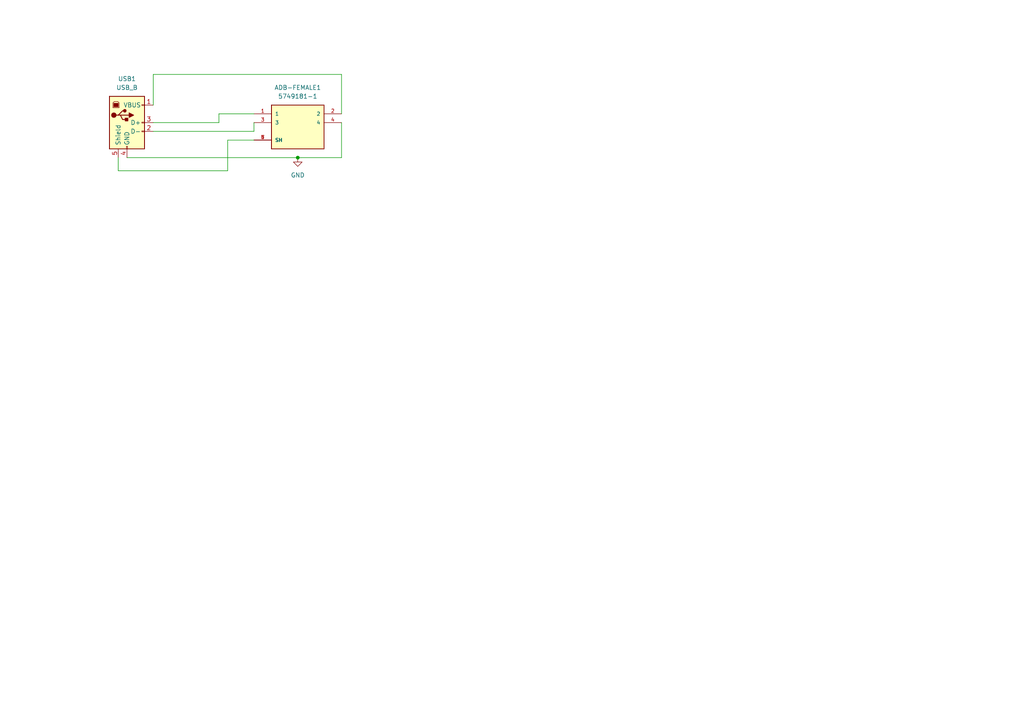
<source format=kicad_sch>
(kicad_sch (version 20230121) (generator eeschema)
  (paper "A4")
  (lib_symbols
    (symbol "Connector:USB_B" (pin_names (offset 1.016))
      (property "Reference" "J" (at -5.08 11.43 0))
      (property "Value" "USB_B" (at -5.08 8.89 0))
      (symbol "USB_B_0_1"
        (rectangle (start -5.08 -7.62) (end 5.08 7.62) (stroke (width 0.254)) (fill (type background)))
        (circle (center -3.81 2.159) (radius 0.635) (stroke (width 0.254)) (fill (type outline)))
        (rectangle (start -3.81 5.588) (end -2.54 4.572) (fill (type outline)))
        (circle (center -0.635 3.429) (radius 0.381) (stroke (width 0.254)) (fill (type outline)))
        (rectangle (start -0.127 -7.62) (end 0.127 -6.858))
        (polyline (pts (xy -1.905 2.159) (xy 0.635 2.159)) (stroke (width 0.254)))
        (polyline (pts (xy -3.175 2.159) (xy -2.54 2.159) (xy -1.27 3.429) (xy -0.635 3.429)) (stroke (width 0.254)))
        (polyline (pts (xy -2.54 2.159) (xy -1.905 2.159) (xy -1.27 0.889) (xy 0 0.889)) (stroke (width 0.254)))
        (polyline (pts (xy 0.635 2.794) (xy 0.635 1.524) (xy 1.905 2.159) (xy 0.635 2.794)) (stroke (width 0.254)) (fill (type outline)))
        (polyline (pts (xy -4.064 4.318) (xy -2.286 4.318) (xy -2.286 5.715) (xy -2.667 6.096) (xy -3.683 6.096) (xy -4.064 5.715) (xy -4.064 4.318)))
        (rectangle (start 0.254 1.27) (end -0.508 0.508) (stroke (width 0.254)) (fill (type outline)))
        (rectangle (start 5.08 -2.667) (end 4.318 -2.413))
        (rectangle (start 5.08 -0.127) (end 4.318 0.127))
        (rectangle (start 5.08 4.953) (end 4.318 5.207))
      )
      (symbol "USB_B_1_1"
        (pin power_out line (at 7.62 5.08 180) (length 2.54) (name "VBUS") (number "1"))
        (pin bidirectional line (at 7.62 -2.54 180) (length 2.54) (name "D-") (number "2"))
        (pin bidirectional line (at 7.62 0 180) (length 2.54) (name "D+") (number "3"))
        (pin power_out line (at 0 -10.16 90) (length 2.54) (name "GND") (number "4"))
        (pin passive line (at -2.54 -10.16 90) (length 2.54) (name "Shield") (number "5"))
      )
    )
    (symbol "STUPID KICAD:5749181-1" (pin_names (offset 1.016))
      (property "Reference" "J" (at -7.6246 5.7185 0))
      (property "Value" "5749181-1" (at -7.6233 -10.1645 0))
      (symbol "5749181-1_0_0"
        (rectangle (start -7.62 -7.62) (end 7.62 5.08) (stroke (width 0.254)) (fill (type background)))
        (pin passive line (at -12.7 2.54 0) (length 5.08) (name "1") (number "1"))
        (pin passive line (at 12.7 2.54 180) (length 5.08) (name "2") (number "2"))
        (pin passive line (at -12.7 0 0) (length 5.08) (name "3") (number "3"))
        (pin passive line (at 12.7 0 180) (length 5.08) (name "4") (number "4"))
        (pin passive line (at -12.7 -5.08 0) (length 5.08) (name "SH") (number "5"))
        (pin passive line (at -12.7 -5.08 0) (length 5.08) (name "SH") (number "6"))
        (pin passive line (at -12.7 -5.08 0) (length 5.08) (name "SH") (number "7"))
      )
    )
    (symbol "power:GND" (power) (pin_names (offset 0))
      (property "Value" "GND" (at 0 -3.81 0))
      (symbol "GND_0_1"
        (polyline (pts (xy 0 0) (xy 0 -1.27) (xy 1.27 -1.27) (xy 0 -2.54) (xy -1.27 -1.27) (xy 0 -1.27)))
      )
      (symbol "GND_1_1"
        (pin power_in line (at 0 0 270) (length 0) hide (name "GND") (number "1"))
      )
    )
  )
  (junction (at 86.36 45.72))
  (wire (pts (xy 86.36 45.72) (xy 36.83 45.72)))
  (wire (pts (xy 63.5 33.02) (xy 73.66 33.02)))
  (wire (pts (xy 99.06 45.72) (xy 86.36 45.72)))
  (wire (pts (xy 44.45 30.48) (xy 44.45 21.59)))
  (wire (pts (xy 66.04 49.53) (xy 34.29 49.53)))
  (wire (pts (xy 99.06 21.59) (xy 99.06 33.02)))
  (wire (pts (xy 63.5 35.56) (xy 44.45 35.56)))
  (wire (pts (xy 66.04 40.64) (xy 73.66 40.64)))
  (wire (pts (xy 34.29 49.53) (xy 34.29 45.72)))
  (wire (pts (xy 66.04 40.64) (xy 66.04 49.53)))
  (wire (pts (xy 44.45 21.59) (xy 99.06 21.59)))
  (wire (pts (xy 63.5 33.02) (xy 63.5 35.56)))
  (wire (pts (xy 73.66 38.1) (xy 73.66 35.56)))
  (wire (pts (xy 44.45 38.1) (xy 73.66 38.1)))
  (wire (pts (xy 99.06 35.56) (xy 99.06 45.72)))
  (symbol (lib_id "power:GND") (at 86.36 45.72 0) (unit 1)
    (property "Reference" "#PWR01" (effects hide))
    (property "Value" "GND" (at 86.36 50.8 0))
  )
  (symbol (lib_id "Connector:USB_B") (at 36.83 35.56 0) (unit 1)
    (property "Reference" "USB1" (at 36.83 22.86 0))
    (property "Value" "USB_B" (at 36.83 25.4 0))
    (property "Footprint" "Connector_USB:USB_B_OST_USB-B1HSxx_Horizontal" (effects hide))
    (property "Datasheet" " ~" (effects hide))
  )
  (symbol (lib_id "STUPID KICAD:5749181-1") (at 86.36 35.56 0) (unit 1)
    (property "Reference" "ADB-FEMALE1" (at 86.36 25.4 0))
    (property "Value" "5749181-1" (at 86.36 27.94 0))
    (property "Footprint" "ADB:TE_5749181-1" (effects hide))
    (property "Comment" "5749181-1" (effects hide))
    (property "MF" "TE Connectivity" (effects hide))
    (property "Description" "\nConnector, Mini Circular DIN, Recept. Assy w/Hold Down, 4 Pos, PCB Mnt, Rt Angle | TE Connectivity 5749181-1\n" (effects hide))
    (property "Package" "None" (effects hide))
    (property "Price" "None" (effects hide))
    (property "Check_prices" "https://www.snapeda.com/parts/5749181-1/TE+Connectivity+AMP+Connectors/view-part/?ref=eda" (effects hide))
    (property "STANDARD" "Manufacturer recommendations" (effects hide))
    (property "PARTREV" "P" (effects hide))
    (property "SnapEDA_Link" "https://www.snapeda.com/parts/5749181-1/TE+Connectivity+AMP+Connectors/view-part/?ref=snap" (effects hide))
    (property "MP" "5749181-1" (effects hide))
    (property "Purchase-URL" "https://www.snapeda.com/api/url_track_click_mouser/?unipart_id=525904&manufacturer=TE Connectivity&part_name=5749181-1&search_term=mini din" (effects hide))
    (property "EU_RoHS_Compliance" "Compliant" (effects hide))
    (property "Availability" "In Stock" (effects hide))
    (property "MANUFACTURER" "TE Connectivity" (effects hide))
  )
)
</source>
